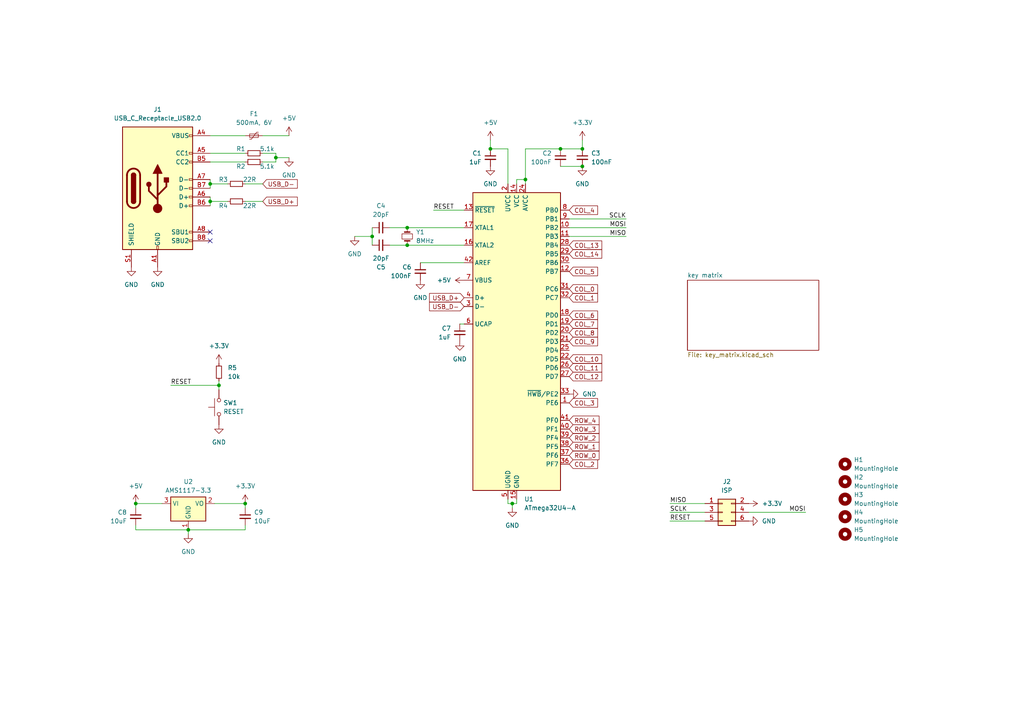
<source format=kicad_sch>
(kicad_sch (version 20250114) (generator "eeschema") (generator_version "9.0")
  (paper "A4")
  (title_block (title "My Keyboard") (rev "1.0"))
  (lib_symbols
    (symbol "Connector:USB_C_Receptacle_USB2.0" (pin_names (offset 1.016))
      (property "Reference" "J" (at -10.16 19.05 0))
      (property "Value" "USB_C_Receptacle_USB2.0" (at 19.05 19.05 0))
      (symbol "USB_C_Receptacle_USB2.0_0_0"
        (rectangle (start -0.254 -17.78) (end 0.254 -16.764))
        (rectangle (start 10.16 15.494) (end 9.144 14.986))
        (rectangle (start 10.16 10.414) (end 9.144 9.906))
        (rectangle (start 10.16 7.874) (end 9.144 7.366))
        (rectangle (start 10.16 2.794) (end 9.144 2.286))
        (rectangle (start 10.16 0.254) (end 9.144 -0.254))
        (rectangle (start 10.16 -2.286) (end 9.144 -2.794))
        (rectangle (start 10.16 -4.826) (end 9.144 -5.334))
        (rectangle (start 10.16 -12.446) (end 9.144 -12.954))
        (rectangle (start 10.16 -14.986) (end 9.144 -15.494))
      )
      (symbol "USB_C_Receptacle_USB2.0_0_1"
        (rectangle (start -10.16 17.78) (end 10.16 -17.78) (stroke (width 0.254)) (fill (type background)))
        (polyline (pts (xy -8.89 -3.81) (xy -8.89 3.81)) (stroke (width 0.508)))
        (rectangle (start -7.62 -3.81) (end -6.35 3.81) (stroke (width 0.254)) (fill (type outline)))
        (arc (start -7.62 3.81) (mid -6.985 4.4423) (end -6.35 3.81) (stroke (width 0.254)))
        (arc (start -7.62 3.81) (mid -6.985 4.4423) (end -6.35 3.81) (stroke (width 0.254)) (fill (type outline)))
        (arc (start -8.89 3.81) (mid -6.985 5.7067) (end -5.08 3.81) (stroke (width 0.508)))
        (arc (start -5.08 -3.81) (mid -6.985 -5.7067) (end -8.89 -3.81) (stroke (width 0.508)))
        (arc (start -6.35 -3.81) (mid -6.985 -4.4423) (end -7.62 -3.81) (stroke (width 0.254)))
        (arc (start -6.35 -3.81) (mid -6.985 -4.4423) (end -7.62 -3.81) (stroke (width 0.254)) (fill (type outline)))
        (polyline (pts (xy -5.08 3.81) (xy -5.08 -3.81)) (stroke (width 0.508)))
        (circle (center -2.54 1.143) (radius 0.635) (stroke (width 0.254)) (fill (type outline)))
        (polyline (pts (xy -1.27 4.318) (xy 0 6.858) (xy 1.27 4.318) (xy -1.27 4.318)) (stroke (width 0.254)) (fill (type outline)))
        (polyline (pts (xy 0 -2.032) (xy 2.54 0.508) (xy 2.54 1.778)) (stroke (width 0.508)))
        (polyline (pts (xy 0 -3.302) (xy -2.54 -0.762) (xy -2.54 0.508)) (stroke (width 0.508)))
        (polyline (pts (xy 0 -5.842) (xy 0 4.318)) (stroke (width 0.508)))
        (circle (center 0 -5.842) (radius 1.27) (fill (type outline)))
        (rectangle (start 1.905 1.778) (end 3.175 3.048) (stroke (width 0.254)) (fill (type outline)))
      )
      (symbol "USB_C_Receptacle_USB2.0_1_1"
        (pin passive line (at -7.62 -22.86 90) (length 5.08) (name "SHIELD") (number "S1"))
        (pin passive line (at 0 -22.86 90) (length 5.08) (name "GND") (number "A1"))
        (pin passive line (at 0 -22.86 90) (length 5.08) (hide yes) (name "GND") (number "A12"))
        (pin passive line (at 0 -22.86 90) (length 5.08) (hide yes) (name "GND") (number "B1"))
        (pin passive line (at 0 -22.86 90) (length 5.08) (hide yes) (name "GND") (number "B12"))
        (pin passive line (at 15.24 15.24 180) (length 5.08) (name "VBUS") (number "A4"))
        (pin passive line (at 15.24 15.24 180) (length 5.08) (hide yes) (name "VBUS") (number "A9"))
        (pin passive line (at 15.24 15.24 180) (length 5.08) (hide yes) (name "VBUS") (number "B4"))
        (pin passive line (at 15.24 15.24 180) (length 5.08) (hide yes) (name "VBUS") (number "B9"))
        (pin bidirectional line (at 15.24 10.16 180) (length 5.08) (name "CC1") (number "A5"))
        (pin bidirectional line (at 15.24 7.62 180) (length 5.08) (name "CC2") (number "B5"))
        (pin bidirectional line (at 15.24 2.54 180) (length 5.08) (name "D-") (number "A7"))
        (pin bidirectional line (at 15.24 0 180) (length 5.08) (name "D-") (number "B7"))
        (pin bidirectional line (at 15.24 -2.54 180) (length 5.08) (name "D+") (number "A6"))
        (pin bidirectional line (at 15.24 -5.08 180) (length 5.08) (name "D+") (number "B6"))
        (pin bidirectional line (at 15.24 -12.7 180) (length 5.08) (name "SBU1") (number "A8"))
        (pin bidirectional line (at 15.24 -15.24 180) (length 5.08) (name "SBU2") (number "B8"))
      )
    )
    (symbol "Connector_Generic:Conn_02x03_Odd_Even" (pin_names (offset 1.016) (hide yes))
      (property "Reference" "J" (at 1.27 5.08 0))
      (property "Value" "Conn_02x03_Odd_Even" (at 1.27 -5.08 0))
      (symbol "Conn_02x03_Odd_Even_1_1"
        (rectangle (start -1.27 3.81) (end 3.81 -3.81) (stroke (width 0.254)) (fill (type background)))
        (rectangle (start -1.27 2.667) (end 0 2.413) (stroke (width 0.1524)))
        (rectangle (start -1.27 0.127) (end 0 -0.127) (stroke (width 0.1524)))
        (rectangle (start -1.27 -2.413) (end 0 -2.667) (stroke (width 0.1524)))
        (rectangle (start 3.81 2.667) (end 2.54 2.413) (stroke (width 0.1524)))
        (rectangle (start 3.81 0.127) (end 2.54 -0.127) (stroke (width 0.1524)))
        (rectangle (start 3.81 -2.413) (end 2.54 -2.667) (stroke (width 0.1524)))
        (pin passive line (at -5.08 2.54 0) (length 3.81) (name "Pin_1") (number "1"))
        (pin passive line (at -5.08 0 0) (length 3.81) (name "Pin_3") (number "3"))
        (pin passive line (at -5.08 -2.54 0) (length 3.81) (name "Pin_5") (number "5"))
        (pin passive line (at 7.62 2.54 180) (length 3.81) (name "Pin_2") (number "2"))
        (pin passive line (at 7.62 0 180) (length 3.81) (name "Pin_4") (number "4"))
        (pin passive line (at 7.62 -2.54 180) (length 3.81) (name "Pin_6") (number "6"))
      )
    )
    (symbol "Device:C_Small" (pin_numbers (hide yes)) (pin_names (offset 0.254) (hide yes))
      (property "Reference" "C" (at 0.254 1.778 0))
      (property "Value" "C_Small" (at 0.254 -2.032 0))
      (symbol "C_Small_0_1"
        (polyline (pts (xy -1.524 0.508) (xy 1.524 0.508)) (stroke (width 0.3048)))
        (polyline (pts (xy -1.524 -0.508) (xy 1.524 -0.508)) (stroke (width 0.3302)))
      )
      (symbol "C_Small_1_1"
        (pin passive line (at 0 2.54 270) (length 2.032) (name "~") (number "1"))
        (pin passive line (at 0 -2.54 90) (length 2.032) (name "~") (number "2"))
      )
    )
    (symbol "Device:Crystal_Small" (pin_numbers (hide yes)) (pin_names (offset 1.016) (hide yes))
      (property "Reference" "Y" (at 0 2.54 0))
      (property "Value" "Crystal_Small" (at 0 -2.54 0))
      (symbol "Crystal_Small_0_1"
        (polyline (pts (xy -1.27 -0.762) (xy -1.27 0.762)) (stroke (width 0.381)))
        (rectangle (start -0.762 -1.524) (end 0.762 1.524))
        (polyline (pts (xy 1.27 -0.762) (xy 1.27 0.762)) (stroke (width 0.381)))
      )
      (symbol "Crystal_Small_1_1"
        (pin passive line (at -2.54 0 0) (length 1.27) (name "1") (number "1"))
        (pin passive line (at 2.54 0 180) (length 1.27) (name "2") (number "2"))
      )
    )
    (symbol "Device:Polyfuse_Small" (pin_numbers (hide yes)) (pin_names (offset 0))
      (property "Reference" "F" (at -1.905 0 90))
      (property "Value" "Polyfuse_Small" (at 1.905 0 90))
      (symbol "Polyfuse_Small_0_1"
        (polyline (pts (xy -1.016 1.27) (xy -1.016 0.762) (xy 1.016 -0.762) (xy 1.016 -1.27)))
        (rectangle (start -0.508 1.27) (end 0.508 -1.27))
        (polyline (pts (xy 0 2.54) (xy 0 -2.54)))
      )
      (symbol "Polyfuse_Small_1_1"
        (pin passive line (at 0 2.54 270) (length 0.635) (name "~") (number "1"))
        (pin passive line (at 0 -2.54 90) (length 0.635) (name "~") (number "2"))
      )
    )
    (symbol "Device:R_Small" (pin_numbers (hide yes)) (pin_names (offset 0.254) (hide yes))
      (property "Reference" "R" (at 0.762 0.508 0))
      (property "Value" "R_Small" (at 0.762 -1.016 0))
      (symbol "R_Small_0_1"
        (rectangle (start -0.762 1.778) (end 0.762 -1.778) (stroke (width 0.2032)))
      )
      (symbol "R_Small_1_1"
        (pin passive line (at 0 2.54 270) (length 0.762) (name "~") (number "1"))
        (pin passive line (at 0 -2.54 90) (length 0.762) (name "~") (number "2"))
      )
    )
    (symbol "MCU_Microchip_ATmega:ATmega32U4-A"
      (property "Reference" "U" (at -12.7 44.45 0))
      (property "Value" "ATmega32U4-A" (at 2.54 -44.45 0))
      (symbol "ATmega32U4-A_0_1"
        (rectangle (start -12.7 -43.18) (end 12.7 43.18) (stroke (width 0.254)) (fill (type background)))
      )
      (symbol "ATmega32U4-A_1_1"
        (pin input line (at -15.24 38.1 0) (length 2.54) (name "~{RESET}") (number "13"))
        (pin input line (at -15.24 33.02 0) (length 2.54) (name "XTAL1") (number "17"))
        (pin output line (at -15.24 27.94 0) (length 2.54) (name "XTAL2") (number "16"))
        (pin passive line (at -15.24 22.86 0) (length 2.54) (name "AREF") (number "42"))
        (pin input line (at -15.24 17.78 0) (length 2.54) (name "VBUS") (number "7"))
        (pin bidirectional line (at -15.24 12.7 0) (length 2.54) (name "D+") (number "4"))
        (pin bidirectional line (at -15.24 10.16 0) (length 2.54) (name "D-") (number "3"))
        (pin passive line (at -15.24 5.08 0) (length 2.54) (name "UCAP") (number "6"))
        (pin power_in line (at -2.54 45.72 270) (length 2.54) (name "UVCC") (number "2"))
        (pin passive line (at -2.54 -45.72 90) (length 2.54) (name "UGND") (number "5"))
        (pin power_in line (at 0 45.72 270) (length 2.54) (name "VCC") (number "14"))
        (pin passive line (at 0 45.72 270) (length 2.54) (hide yes) (name "VCC") (number "34"))
        (pin power_in line (at 0 -45.72 90) (length 2.54) (name "GND") (number "15"))
        (pin passive line (at 0 -45.72 90) (length 2.54) (hide yes) (name "GND") (number "23"))
        (pin passive line (at 0 -45.72 90) (length 2.54) (hide yes) (name "GND") (number "35"))
        (pin passive line (at 0 -45.72 90) (length 2.54) (hide yes) (name "GND") (number "43"))
        (pin power_in line (at 2.54 45.72 270) (length 2.54) (name "AVCC") (number "24"))
        (pin passive line (at 2.54 45.72 270) (length 2.54) (hide yes) (name "AVCC") (number "44"))
        (pin bidirectional line (at 15.24 38.1 180) (length 2.54) (name "PB0") (number "8"))
        (pin bidirectional line (at 15.24 35.56 180) (length 2.54) (name "PB1") (number "9"))
        (pin bidirectional line (at 15.24 33.02 180) (length 2.54) (name "PB2") (number "10"))
        (pin bidirectional line (at 15.24 30.48 180) (length 2.54) (name "PB3") (number "11"))
        (pin bidirectional line (at 15.24 27.94 180) (length 2.54) (name "PB4") (number "28"))
        (pin bidirectional line (at 15.24 25.4 180) (length 2.54) (name "PB5") (number "29"))
        (pin bidirectional line (at 15.24 22.86 180) (length 2.54) (name "PB6") (number "30"))
        (pin bidirectional line (at 15.24 20.32 180) (length 2.54) (name "PB7") (number "12"))
        (pin bidirectional line (at 15.24 15.24 180) (length 2.54) (name "PC6") (number "31"))
        (pin bidirectional line (at 15.24 12.7 180) (length 2.54) (name "PC7") (number "32"))
        (pin bidirectional line (at 15.24 7.62 180) (length 2.54) (name "PD0") (number "18"))
        (pin bidirectional line (at 15.24 5.08 180) (length 2.54) (name "PD1") (number "19"))
        (pin bidirectional line (at 15.24 2.54 180) (length 2.54) (name "PD2") (number "20"))
        (pin bidirectional line (at 15.24 0 180) (length 2.54) (name "PD3") (number "21"))
        (pin bidirectional line (at 15.24 -2.54 180) (length 2.54) (name "PD4") (number "25"))
        (pin bidirectional line (at 15.24 -5.08 180) (length 2.54) (name "PD5") (number "22"))
        (pin bidirectional line (at 15.24 -7.62 180) (length 2.54) (name "PD6") (number "26"))
        (pin bidirectional line (at 15.24 -10.16 180) (length 2.54) (name "PD7") (number "27"))
        (pin bidirectional line (at 15.24 -15.24 180) (length 2.54) (name "~{HWB}/PE2") (number "33"))
        (pin bidirectional line (at 15.24 -17.78 180) (length 2.54) (name "PE6") (number "1"))
        (pin bidirectional line (at 15.24 -22.86 180) (length 2.54) (name "PF0") (number "41"))
        (pin bidirectional line (at 15.24 -25.4 180) (length 2.54) (name "PF1") (number "40"))
        (pin bidirectional line (at 15.24 -27.94 180) (length 2.54) (name "PF4") (number "39"))
        (pin bidirectional line (at 15.24 -30.48 180) (length 2.54) (name "PF5") (number "38"))
        (pin bidirectional line (at 15.24 -33.02 180) (length 2.54) (name "PF6") (number "37"))
        (pin bidirectional line (at 15.24 -35.56 180) (length 2.54) (name "PF7") (number "36"))
      )
    )
    (symbol "Mechanical:MountingHole" (pin_names (offset 1.016))
      (property "Reference" "H" (at 0 5.08 0))
      (property "Value" "MountingHole" (at 0 3.175 0))
      (symbol "MountingHole_0_1"
        (circle (center 0 0) (radius 1.27) (stroke (width 1.27)))
      )
    )
    (symbol "Regulator_Linear:AMS1117-3.3"
      (property "Reference" "U" (at -3.81 3.175 0))
      (property "Value" "AMS1117-3.3" (at 0 3.175 0))
      (symbol "AMS1117-3.3_0_1"
        (rectangle (start -5.08 -5.08) (end 5.08 1.905) (stroke (width 0.254)) (fill (type background)))
      )
      (symbol "AMS1117-3.3_1_1"
        (pin power_in line (at -7.62 0 0) (length 2.54) (name "VI") (number "3"))
        (pin power_in line (at 0 -7.62 90) (length 2.54) (name "GND") (number "1"))
        (pin power_out line (at 7.62 0 180) (length 2.54) (name "VO") (number "2"))
      )
    )
    (symbol "Switch:SW_Push" (pin_numbers (hide yes)) (pin_names (offset 1.016) (hide yes))
      (property "Reference" "SW" (at 1.27 2.54 0))
      (property "Value" "SW_Push" (at 0 -1.524 0))
      (symbol "SW_Push_0_1"
        (circle (center -2.032 0) (radius 0.508))
        (polyline (pts (xy 0 1.27) (xy 0 3.048)))
        (circle (center 2.032 0) (radius 0.508))
        (polyline (pts (xy 2.54 1.27) (xy -2.54 1.27)))
        (pin passive line (at -5.08 0 0) (length 2.54) (name "1") (number "1"))
        (pin passive line (at 5.08 0 180) (length 2.54) (name "2") (number "2"))
      )
    )
    (symbol "power:+3.3V" (power) (pin_names (offset 0))
      (property "Value" "+3.3V" (at 0 3.556 0))
      (symbol "+3.3V_0_1"
        (polyline (pts (xy -0.762 1.27) (xy 0 2.54)))
        (polyline (pts (xy 0 2.54) (xy 0.762 1.27)))
        (polyline (pts (xy 0 0) (xy 0 2.54)))
      )
      (symbol "+3.3V_1_1"
        (pin power_in line (at 0 0 90) (length 0) (hide yes) (name "+3.3V") (number "1"))
      )
    )
    (symbol "power:+5V" (power) (pin_names (offset 0))
      (property "Value" "+5V" (at 0 3.556 0))
      (symbol "+5V_0_1"
        (polyline (pts (xy -0.762 1.27) (xy 0 2.54)))
        (polyline (pts (xy 0 2.54) (xy 0.762 1.27)))
        (polyline (pts (xy 0 0) (xy 0 2.54)))
      )
      (symbol "+5V_1_1"
        (pin power_in line (at 0 0 90) (length 0) (hide yes) (name "+5V") (number "1"))
      )
    )
    (symbol "power:GND" (power) (pin_names (offset 0))
      (property "Value" "GND" (at 0 -3.81 0))
      (symbol "GND_0_1"
        (polyline (pts (xy 0 0) (xy 0 -1.27) (xy 1.27 -1.27) (xy 0 -2.54) (xy -1.27 -1.27) (xy 0 -1.27)))
      )
      (symbol "GND_1_1"
        (pin power_in line (at 0 0 270) (length 0) (hide yes) (name "GND") (number "1"))
      )
    )
  )
  (junction (at 152.4 52.07))
  (junction (at 80.01 45.72))
  (junction (at 162.56 43.18))
  (junction (at 60.96 58.42))
  (junction (at 118.11 71.12))
  (junction (at 63.5 111.76))
  (junction (at 60.96 53.34))
  (junction (at 168.91 48.26))
  (junction (at 71.12 146.05))
  (junction (at 39.37 146.05))
  (junction (at 107.95 68.58))
  (junction (at 168.91 43.18))
  (junction (at 148.59 146.05))
  (junction (at 54.61 153.67))
  (junction (at 142.24 43.18))
  (junction (at 118.11 66.04))
  (no_connect (at 60.96 69.85))
  (no_connect (at 60.96 67.31))
  (wire (pts (xy 54.61 153.67) (xy 54.61 154.94)))
  (wire (pts (xy 165.1 63.5) (xy 181.61 63.5)))
  (wire (pts (xy 194.31 148.59) (xy 204.47 148.59)))
  (wire (pts (xy 80.01 44.45) (xy 80.01 45.72)))
  (wire (pts (xy 162.56 43.18) (xy 168.91 43.18)))
  (wire (pts (xy 118.11 71.12) (xy 134.62 71.12)))
  (wire (pts (xy 165.1 68.58) (xy 181.61 68.58)))
  (wire (pts (xy 80.01 46.99) (xy 76.2 46.99)))
  (wire (pts (xy 60.96 53.34) (xy 66.04 53.34)))
  (wire (pts (xy 147.32 43.18) (xy 147.32 53.34)))
  (wire (pts (xy 142.24 40.64) (xy 142.24 43.18)))
  (wire (pts (xy 71.12 147.32) (xy 71.12 146.05)))
  (wire (pts (xy 233.68 148.59) (xy 217.17 148.59)))
  (wire (pts (xy 63.5 113.03) (xy 63.5 111.76)))
  (wire (pts (xy 60.96 44.45) (xy 71.12 44.45)))
  (wire (pts (xy 149.86 52.07) (xy 152.4 52.07)))
  (wire (pts (xy 39.37 152.4) (xy 39.37 153.67)))
  (wire (pts (xy 121.92 76.2) (xy 134.62 76.2)))
  (wire (pts (xy 134.62 60.96) (xy 125.73 60.96)))
  (wire (pts (xy 83.82 39.37) (xy 76.2 39.37)))
  (wire (pts (xy 152.4 43.18) (xy 152.4 52.07)))
  (wire (pts (xy 107.95 66.04) (xy 107.95 68.58)))
  (wire (pts (xy 194.31 146.05) (xy 204.47 146.05)))
  (wire (pts (xy 113.03 66.04) (xy 118.11 66.04)))
  (wire (pts (xy 60.96 58.42) (xy 60.96 57.15)))
  (wire (pts (xy 168.91 48.26) (xy 162.56 48.26)))
  (wire (pts (xy 60.96 52.07) (xy 60.96 53.34)))
  (wire (pts (xy 80.01 45.72) (xy 80.01 46.99)))
  (wire (pts (xy 60.96 53.34) (xy 60.96 54.61)))
  (wire (pts (xy 147.32 146.05) (xy 148.59 146.05)))
  (wire (pts (xy 71.12 58.42) (xy 76.2 58.42)))
  (wire (pts (xy 76.2 53.34) (xy 71.12 53.34)))
  (wire (pts (xy 49.53 111.76) (xy 63.5 111.76)))
  (wire (pts (xy 107.95 68.58) (xy 107.95 71.12)))
  (wire (pts (xy 149.86 144.78) (xy 149.86 146.05)))
  (wire (pts (xy 60.96 39.37) (xy 71.12 39.37)))
  (wire (pts (xy 54.61 153.67) (xy 71.12 153.67)))
  (wire (pts (xy 113.03 71.12) (xy 118.11 71.12)))
  (wire (pts (xy 80.01 45.72) (xy 83.82 45.72)))
  (wire (pts (xy 118.11 66.04) (xy 134.62 66.04)))
  (wire (pts (xy 66.04 58.42) (xy 60.96 58.42)))
  (wire (pts (xy 39.37 153.67) (xy 54.61 153.67)))
  (wire (pts (xy 152.4 43.18) (xy 162.56 43.18)))
  (wire (pts (xy 71.12 146.05) (xy 62.23 146.05)))
  (wire (pts (xy 60.96 58.42) (xy 60.96 59.69)))
  (wire (pts (xy 168.91 40.64) (xy 168.91 43.18)))
  (wire (pts (xy 102.87 68.58) (xy 107.95 68.58)))
  (wire (pts (xy 39.37 146.05) (xy 46.99 146.05)))
  (wire (pts (xy 149.86 53.34) (xy 149.86 52.07)))
  (wire (pts (xy 152.4 52.07) (xy 152.4 53.34)))
  (wire (pts (xy 149.86 146.05) (xy 148.59 146.05)))
  (wire (pts (xy 63.5 110.49) (xy 63.5 111.76)))
  (wire (pts (xy 142.24 43.18) (xy 147.32 43.18)))
  (wire (pts (xy 194.31 151.13) (xy 204.47 151.13)))
  (wire (pts (xy 133.35 93.98) (xy 134.62 93.98)))
  (wire (pts (xy 147.32 144.78) (xy 147.32 146.05)))
  (wire (pts (xy 148.59 147.32) (xy 148.59 146.05)))
  (wire (pts (xy 165.1 66.04) (xy 181.61 66.04)))
  (wire (pts (xy 80.01 44.45) (xy 76.2 44.45)))
  (wire (pts (xy 60.96 46.99) (xy 71.12 46.99)))
  (wire (pts (xy 39.37 147.32) (xy 39.37 146.05)))
  (wire (pts (xy 71.12 152.4) (xy 71.12 153.67)))
  (label "MOSI" (at 181.61 66.04 180))
  (label "MISO" (at 194.31 146.05 0))
  (label "RESET" (at 49.53 111.76 0))
  (label "SCLK" (at 194.31 148.59 0))
  (label "RESET" (at 125.73 60.96 0))
  (label "MISO" (at 181.61 68.58 180))
  (label "MOSI" (at 233.68 148.59 180))
  (label "SCLK" (at 181.61 63.5 180))
  (label "RESET" (at 194.31 151.13 0))
  (global_label "COL_14" (shape input) (at 165.1 73.66 0) (property "Intersheetrefs" "${INTERSHEET_REFS}" (effects (hide yes))))
  (global_label "COL_10" (shape input) (at 165.1 104.14 0) (property "Intersheetrefs" "${INTERSHEET_REFS}" (effects (hide yes))))
  (global_label "ROW_4" (shape input) (at 165.1 121.92 0) (property "Intersheetrefs" "${INTERSHEET_REFS}" (effects (hide yes))))
  (global_label "ROW_0" (shape input) (at 165.1 132.08 0) (property "Intersheetrefs" "${INTERSHEET_REFS}" (effects (hide yes))))
  (global_label "COL_13" (shape input) (at 165.1 71.12 0) (property "Intersheetrefs" "${INTERSHEET_REFS}" (effects (hide yes))))
  (global_label "COL_9" (shape input) (at 165.1 99.06 0) (property "Intersheetrefs" "${INTERSHEET_REFS}" (effects (hide yes))))
  (global_label "ROW_1" (shape input) (at 165.1 129.54 0) (property "Intersheetrefs" "${INTERSHEET_REFS}" (effects (hide yes))))
  (global_label "COL_0" (shape input) (at 165.1 83.82 0) (property "Intersheetrefs" "${INTERSHEET_REFS}" (effects (hide yes))))
  (global_label "USB_D+" (shape input) (at 76.2 58.42 0) (property "Intersheetrefs" "${INTERSHEET_REFS}" (effects (hide yes))))
  (global_label "ROW_2" (shape input) (at 165.1 127 0) (property "Intersheetrefs" "${INTERSHEET_REFS}" (effects (hide yes))))
  (global_label "COL_8" (shape input) (at 165.1 96.52 0) (property "Intersheetrefs" "${INTERSHEET_REFS}" (effects (hide yes))))
  (global_label "COL_5" (shape input) (at 165.1 78.74 0) (property "Intersheetrefs" "${INTERSHEET_REFS}" (effects (hide yes))))
  (global_label "COL_2" (shape input) (at 165.1 134.62 0) (property "Intersheetrefs" "${INTERSHEET_REFS}" (effects (hide yes))))
  (global_label "COL_7" (shape input) (at 165.1 93.98 0) (property "Intersheetrefs" "${INTERSHEET_REFS}" (effects (hide yes))))
  (global_label "USB_D-" (shape input) (at 134.62 88.9 180) (property "Intersheetrefs" "${INTERSHEET_REFS}" (effects (hide yes))))
  (global_label "COL_12" (shape input) (at 165.1 109.22 0) (property "Intersheetrefs" "${INTERSHEET_REFS}" (effects (hide yes))))
  (global_label "COL_6" (shape input) (at 165.1 91.44 0) (property "Intersheetrefs" "${INTERSHEET_REFS}" (effects (hide yes))))
  (global_label "ROW_3" (shape input) (at 165.1 124.46 0) (property "Intersheetrefs" "${INTERSHEET_REFS}" (effects (hide yes))))
  (global_label "COL_4" (shape input) (at 165.1 60.96 0) (property "Intersheetrefs" "${INTERSHEET_REFS}" (effects (hide yes))))
  (global_label "COL_1" (shape input) (at 165.1 86.36 0) (property "Intersheetrefs" "${INTERSHEET_REFS}" (effects (hide yes))))
  (global_label "COL_3" (shape input) (at 165.1 116.84 0) (property "Intersheetrefs" "${INTERSHEET_REFS}" (effects (hide yes))))
  (global_label "USB_D-" (shape input) (at 76.2 53.34 0) (property "Intersheetrefs" "${INTERSHEET_REFS}" (effects (hide yes))))
  (global_label "COL_11" (shape input) (at 165.1 106.68 0) (property "Intersheetrefs" "${INTERSHEET_REFS}" (effects (hide yes))))
  (global_label "USB_D+" (shape input) (at 134.62 86.36 180) (property "Intersheetrefs" "${INTERSHEET_REFS}" (effects (hide yes))))
  (symbol (lib_id "power:+5V") (at 142.24 40.64 0) (unit 1)
    (property "Reference" "#PWR02" (effects (hide yes)))
    (property "Value" "+5V" (at 142.24 35.56 0))
  )
  (symbol (lib_id "power:GND") (at 45.72 77.47 0) (unit 1)
    (property "Reference" "#PWR09" (effects (hide yes)))
    (property "Value" "GND" (at 45.72 82.55 0))
  )
  (symbol (lib_id "Mechanical:MountingHole") (at 245.11 139.7 0) (unit 1)
    (property "Reference" "H2" (at 247.65 138.43 0) (effects (justify left)))
    (property "Value" "MountingHole" (at 247.65 140.97 0) (effects (justify left)))
    (property "Footprint" "MountingHole:MountingHole_3.2mm_M3" (effects (hide yes)))
  )
  (symbol (lib_id "Device:C_Small") (at 133.35 96.52 0) (unit 1)
    (property "Reference" "C7" (at 130.81 95.2563 0) (effects (justify right)))
    (property "Value" "1uF" (at 130.81 97.7963 0) (effects (justify right)))
    (property "Footprint" "Capacitor_SMD:C_0603_1608Metric" (effects (hide yes)))
  )
  (symbol (lib_id "power:+3.3V") (at 168.91 40.64 0) (unit 1)
    (property "Reference" "#PWR03" (effects (hide yes)))
    (property "Value" "+3.3V" (at 168.91 35.56 0))
  )
  (symbol (lib_id "Device:Polyfuse_Small") (at 73.66 39.37 90) (unit 1)
    (property "Reference" "F1" (at 73.66 33.02 90))
    (property "Value" "500mA, 6V" (at 73.66 35.56 90))
    (property "Footprint" "Fuse:Fuse_0805_2012Metric" (effects (hide yes)))
  )
  (symbol (lib_id "Switch:SW_Push") (at 63.5 118.11 90) (unit 1)
    (property "Reference" "SW1" (at 64.77 116.84 90) (effects (justify right)))
    (property "Value" "RESET" (at 64.77 119.38 90) (effects (justify right)))
    (property "Footprint" "Button_Switch_SMD:SW_SPST_CK_RS282G05A3" (effects (hide yes)))
  )
  (symbol (lib_id "Device:R_Small") (at 63.5 107.95 0) (mirror y) (unit 1)
    (property "Reference" "R5" (at 66.04 106.68 0) (effects (justify right)))
    (property "Value" "10k" (at 66.04 109.22 0) (effects (justify right)))
    (property "Footprint" "Resistor_SMD:R_0603_1608Metric" (effects (hide yes)))
  )
  (symbol (lib_id "power:GND") (at 133.35 99.06 0) (unit 1)
    (property "Reference" "#PWR012" (effects (hide yes)))
    (property "Value" "GND" (at 133.35 104.14 0))
  )
  (symbol (lib_id "Device:Crystal_Small") (at 118.11 68.58 90) (unit 1)
    (property "Reference" "Y1" (at 120.65 67.31 90) (effects (justify right)))
    (property "Value" "8MHz" (at 120.65 69.85 90) (effects (justify right)))
    (property "Footprint" "Crystal:Crystal_SMD_3215-2Pin_3.2x1.5mm" (effects (hide yes)))
  )
  (symbol (lib_id "Mechanical:MountingHole") (at 245.11 134.62 0) (unit 1)
    (property "Reference" "H1" (at 247.65 133.35 0) (effects (justify left)))
    (property "Value" "MountingHole" (at 247.65 135.89 0) (effects (justify left)))
    (property "Footprint" "MountingHole:MountingHole_3.2mm_M3" (effects (hide yes)))
  )
  (symbol (lib_id "Device:C_Small") (at 121.92 78.74 0) (unit 1)
    (property "Reference" "C6" (at 119.38 77.4763 0) (effects (justify right)))
    (property "Value" "100nF" (at 119.38 80.0163 0) (effects (justify right)))
    (property "Footprint" "Capacitor_SMD:C_0603_1608Metric" (effects (hide yes)))
  )
  (symbol (lib_id "power:+3.3V") (at 217.17 146.05 270) (unit 1)
    (property "Reference" "#PWR018" (effects (hide yes)))
    (property "Value" "+3.3V" (at 220.98 146.05 90) (effects (justify left)))
  )
  (symbol (lib_id "power:GND") (at 83.82 45.72 0) (unit 1)
    (property "Reference" "#PWR04" (effects (hide yes)))
    (property "Value" "GND" (at 83.82 50.8 0))
  )
  (symbol (lib_id "MCU_Microchip_ATmega:ATmega32U4-A") (at 149.86 99.06 0) (unit 1)
    (property "Reference" "U1" (at 152.0541 144.78 0) (effects (justify left)))
    (property "Value" "ATmega32U4-A" (at 152.0541 147.32 0) (effects (justify left)))
    (property "Footprint" "Package_QFP:TQFP-44_10x10mm_P0.8mm" (effects (hide yes)))
    (property "Datasheet" "http://ww1.microchip.com/downloads/en/DeviceDoc/Atmel-7766-8-bit-AVR-ATmega16U4-32U4_Datasheet.pdf" (effects (hide yes)))
  )
  (symbol (lib_id "Device:C_Small") (at 110.49 66.04 90) (unit 1)
    (property "Reference" "C4" (at 110.4963 59.69 90))
    (property "Value" "20pF" (at 110.4963 62.23 90))
    (property "Footprint" "Capacitor_SMD:C_0603_1608Metric" (effects (hide yes)))
  )
  (symbol (lib_id "power:GND") (at 54.61 154.94 0) (unit 1)
    (property "Reference" "#PWR021" (effects (hide yes)))
    (property "Value" "GND" (at 54.61 160.02 0))
  )
  (symbol (lib_id "Device:R_Small") (at 73.66 46.99 270) (unit 1)
    (property "Reference" "R2" (at 69.85 48.26 90))
    (property "Value" "5.1k" (at 77.47 48.26 90))
    (property "Footprint" "Resistor_SMD:R_0603_1608Metric" (effects (hide yes)))
  )
  (symbol (lib_id "power:+3.3V") (at 63.5 105.41 0) (unit 1)
    (property "Reference" "#PWR013" (effects (hide yes)))
    (property "Value" "+3.3V" (at 63.5 100.33 0))
  )
  (symbol (lib_id "Regulator_Linear:AMS1117-3.3") (at 54.61 146.05 0) (unit 1)
    (property "Reference" "U2" (at 54.61 139.7 0))
    (property "Value" "AMS1117-3.3" (at 54.61 142.24 0))
    (property "Footprint" "Package_TO_SOT_SMD:SOT-223-3_TabPin2" (effects (hide yes)))
    (property "Datasheet" "http://www.advanced-monolithic.com/pdf/ds1117.pdf" (effects (hide yes)))
  )
  (symbol (lib_id "Device:C_Small") (at 110.49 71.12 90) (mirror x) (unit 1)
    (property "Reference" "C5" (at 110.4963 77.47 90))
    (property "Value" "20pF" (at 110.4963 74.93 90))
    (property "Footprint" "Capacitor_SMD:C_0603_1608Metric" (effects (hide yes)))
  )
  (symbol (lib_id "power:GND") (at 168.91 48.26 0) (unit 1)
    (property "Reference" "#PWR06" (effects (hide yes)))
    (property "Value" "GND" (at 168.91 53.34 0))
  )
  (symbol (lib_id "Device:C_Small") (at 39.37 149.86 0) (unit 1)
    (property "Reference" "C8" (at 36.83 148.5963 0) (effects (justify right)))
    (property "Value" "10uF" (at 36.83 151.1363 0) (effects (justify right)))
    (property "Footprint" "Capacitor_SMD:C_0603_1608Metric" (effects (hide yes)))
  )
  (symbol (lib_id "power:GND") (at 217.17 151.13 90) (unit 1)
    (property "Reference" "#PWR020" (effects (hide yes)))
    (property "Value" "GND" (at 220.98 151.13 90) (effects (justify right)))
  )
  (symbol (lib_id "Device:R_Small") (at 73.66 44.45 90) (unit 1)
    (property "Reference" "R1" (at 69.85 43.18 90))
    (property "Value" "5.1k" (at 77.47 43.18 90))
    (property "Footprint" "Resistor_SMD:R_0603_1608Metric" (effects (hide yes)))
  )
  (symbol (lib_id "Connector_Generic:Conn_02x03_Odd_Even") (at 209.55 148.59 0) (unit 1)
    (property "Reference" "J2" (at 210.82 139.7 0))
    (property "Value" "ISP" (at 210.82 142.24 0))
    (property "Footprint" "Connector_PinHeader_2.54mm:PinHeader_2x03_P2.54mm_Vertical" (effects (hide yes)))
  )
  (symbol (lib_id "power:GND") (at 38.1 77.47 0) (unit 1)
    (property "Reference" "#PWR08" (effects (hide yes)))
    (property "Value" "GND" (at 38.1 82.55 0))
  )
  (symbol (lib_id "power:+3.3V") (at 71.12 146.05 0) (unit 1)
    (property "Reference" "#PWR017" (effects (hide yes)))
    (property "Value" "+3.3V" (at 71.12 140.97 0))
  )
  (symbol (lib_id "Mechanical:MountingHole") (at 245.11 144.78 0) (unit 1)
    (property "Reference" "H3" (at 247.65 143.51 0) (effects (justify left)))
    (property "Value" "MountingHole" (at 247.65 146.05 0) (effects (justify left)))
    (property "Footprint" "MountingHole:MountingHole_3.2mm_M3" (effects (hide yes)))
  )
  (symbol (lib_id "power:GND") (at 165.1 114.3 90) (unit 1)
    (property "Reference" "#PWR014" (effects (hide yes)))
    (property "Value" "GND" (at 168.91 114.3 90) (effects (justify right)))
  )
  (symbol (lib_id "power:+5V") (at 134.62 81.28 90) (unit 1)
    (property "Reference" "#PWR011" (effects (hide yes)))
    (property "Value" "+5V" (at 130.81 81.28 90) (effects (justify left)))
  )
  (symbol (lib_id "power:GND") (at 142.24 48.26 0) (unit 1)
    (property "Reference" "#PWR05" (effects (hide yes)))
    (property "Value" "GND" (at 142.24 53.34 0))
  )
  (symbol (lib_id "Device:C_Small") (at 168.91 45.72 0) (mirror y) (unit 1)
    (property "Reference" "C3" (at 171.45 44.4563 0) (effects (justify right)))
    (property "Value" "100nF" (at 171.45 46.9963 0) (effects (justify right)))
    (property "Footprint" "Capacitor_SMD:C_0603_1608Metric" (effects (hide yes)))
  )
  (symbol (lib_id "power:+5V") (at 83.82 39.37 0) (unit 1)
    (property "Reference" "#PWR01" (effects (hide yes)))
    (property "Value" "+5V" (at 83.82 34.29 0))
  )
  (symbol (lib_id "power:GND") (at 148.59 147.32 0) (unit 1)
    (property "Reference" "#PWR019" (effects (hide yes)))
    (property "Value" "GND" (at 148.59 152.4 0))
  )
  (symbol (lib_id "Device:C_Small") (at 71.12 149.86 0) (mirror y) (unit 1)
    (property "Reference" "C9" (at 73.66 148.5963 0) (effects (justify right)))
    (property "Value" "10uF" (at 73.66 151.1363 0) (effects (justify right)))
    (property "Footprint" "Capacitor_SMD:C_0603_1608Metric" (effects (hide yes)))
  )
  (symbol (lib_id "Device:C_Small") (at 162.56 45.72 0) (unit 1)
    (property "Reference" "C2" (at 160.02 44.4563 0) (effects (justify right)))
    (property "Value" "100nF" (at 160.02 46.9963 0) (effects (justify right)))
    (property "Footprint" "Capacitor_SMD:C_0603_1608Metric" (effects (hide yes)))
  )
  (symbol (lib_id "Connector:USB_C_Receptacle_USB2.0") (at 45.72 54.61 0) (unit 1)
    (property "Reference" "J1" (at 45.72 31.75 0))
    (property "Value" "USB_C_Receptacle_USB2.0" (at 45.72 34.29 0))
    (property "Footprint" "Connector_USB:USB_C_Receptacle_HRO_TYPE-C-31-M-12" (effects (hide yes)))
    (property "Datasheet" "https://www.usb.org/sites/default/files/documents/usb_type-c.zip" (effects (hide yes)))
  )
  (symbol (lib_id "Mechanical:MountingHole") (at 245.11 149.86 0) (unit 1)
    (property "Reference" "H4" (at 247.65 148.59 0) (effects (justify left)))
    (property "Value" "MountingHole" (at 247.65 151.13 0) (effects (justify left)))
    (property "Footprint" "MountingHole:MountingHole_3.2mm_M3" (effects (hide yes)))
  )
  (symbol (lib_id "Device:C_Small") (at 142.24 45.72 0) (unit 1)
    (property "Reference" "C1" (at 139.7 44.4563 0) (effects (justify right)))
    (property "Value" "1uF" (at 139.7 46.9963 0) (effects (justify right)))
    (property "Footprint" "Capacitor_SMD:C_0603_1608Metric" (effects (hide yes)))
  )
  (symbol (lib_id "power:GND") (at 102.87 68.58 0) (unit 1)
    (property "Reference" "#PWR07" (effects (hide yes)))
    (property "Value" "GND" (at 102.87 73.66 0))
  )
  (symbol (lib_id "Mechanical:MountingHole") (at 245.11 154.94 0) (unit 1)
    (property "Reference" "H5" (at 247.65 153.67 0) (effects (justify left)))
    (property "Value" "MountingHole" (at 247.65 156.21 0) (effects (justify left)))
    (property "Footprint" "MountingHole:MountingHole_3.2mm_M3" (effects (hide yes)))
  )
  (symbol (lib_id "power:GND") (at 63.5 123.19 0) (unit 1)
    (property "Reference" "#PWR015" (effects (hide yes)))
    (property "Value" "GND" (at 63.5 128.27 0))
  )
  (symbol (lib_id "Device:R_Small") (at 68.58 53.34 270) (mirror x) (unit 1)
    (property "Reference" "R3" (at 64.77 52.07 90))
    (property "Value" "22R" (at 72.39 52.07 90))
    (property "Footprint" "Resistor_SMD:R_0603_1608Metric" (effects (hide yes)))
  )
  (symbol (lib_id "power:+5V") (at 39.37 146.05 0) (unit 1)
    (property "Reference" "#PWR016" (effects (hide yes)))
    (property "Value" "+5V" (at 39.37 140.97 0))
  )
  (symbol (lib_id "Device:R_Small") (at 68.58 58.42 270) (unit 1)
    (property "Reference" "R4" (at 64.77 59.69 90))
    (property "Value" "22R" (at 72.39 59.69 90))
    (property "Footprint" "Resistor_SMD:R_0603_1608Metric" (effects (hide yes)))
  )
  (symbol (lib_id "power:GND") (at 121.92 81.28 0) (unit 1)
    (property "Reference" "#PWR010" (effects (hide yes)))
    (property "Value" "GND" (at 121.92 86.36 0))
  )
  (sheet (at 199.39 81.28) (size 38.1 20.32) (stroke (width 0.1524))
    (property "Sheetname" "key matrix" (at 199.39 80.5684 0) (effects (justify left bottom)))
    (property "Sheetfile" "key_matrix.kicad_sch" (at 199.39 102.1846 0) (effects (justify left top)))
  )
)
</source>
